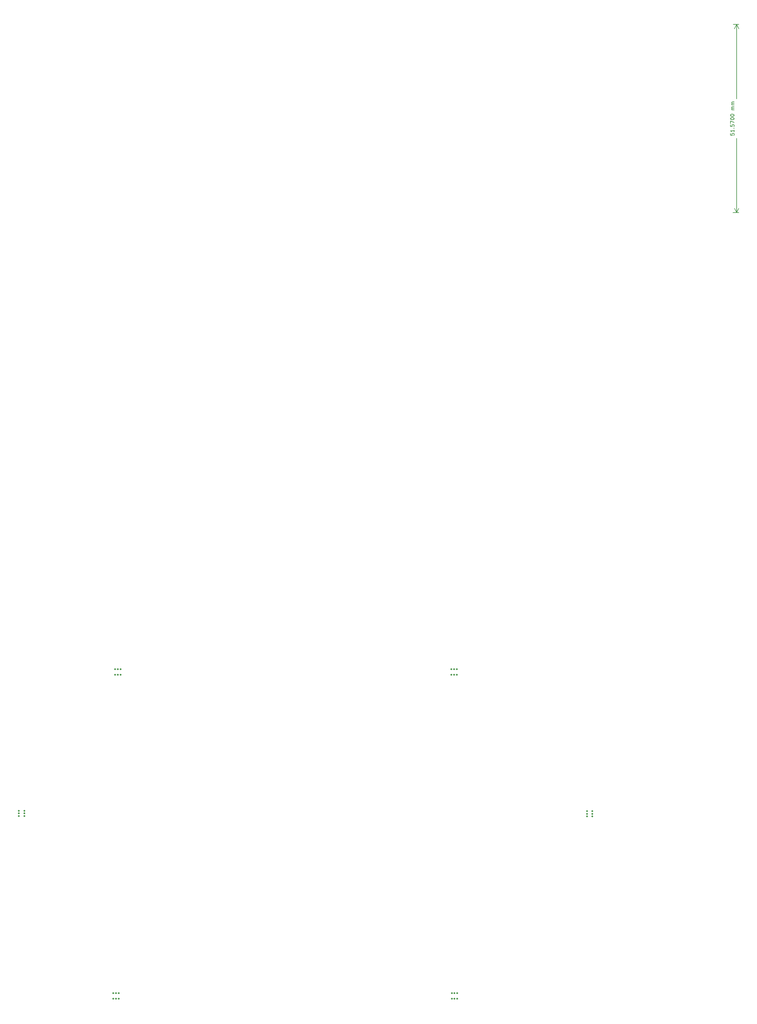
<source format=gbs>
G04 #@! TF.GenerationSoftware,KiCad,Pcbnew,(6.0.0)*
G04 #@! TF.CreationDate,2022-08-19T12:31:47+02:00*
G04 #@! TF.ProjectId,Block Schematic Munin 400,426c6f63-6b20-4536-9368-656d61746963,rev?*
G04 #@! TF.SameCoordinates,Original*
G04 #@! TF.FileFunction,Soldermask,Bot*
G04 #@! TF.FilePolarity,Negative*
%FSLAX46Y46*%
G04 Gerber Fmt 4.6, Leading zero omitted, Abs format (unit mm)*
G04 Created by KiCad (PCBNEW (6.0.0)) date 2022-08-19 12:31:47*
%MOMM*%
%LPD*%
G01*
G04 APERTURE LIST*
%ADD10C,0.150000*%
%ADD11C,0.500000*%
G04 APERTURE END LIST*
D10*
X271443438Y110009984D02*
X271442976Y109533794D01*
X271919121Y109485713D01*
X271871548Y109533379D01*
X271824021Y109628663D01*
X271824252Y109866758D01*
X271871963Y109961950D01*
X271919628Y110009523D01*
X272014913Y110057049D01*
X272253008Y110056818D01*
X272348200Y110009107D01*
X272395772Y109961442D01*
X272443299Y109866158D01*
X272443068Y109628063D01*
X272395357Y109532871D01*
X272347692Y109485298D01*
X272444407Y111009014D02*
X272443853Y110437586D01*
X272444130Y110723300D02*
X271444131Y110724270D01*
X271586895Y110628893D01*
X271682041Y110533563D01*
X271729568Y110438278D01*
X272349585Y111437678D02*
X272397250Y111485251D01*
X272444823Y111437585D01*
X272397158Y111390013D01*
X272349585Y111437678D01*
X272444823Y111437585D01*
X271445747Y112390936D02*
X271445285Y111914745D01*
X271921429Y111866665D01*
X271873856Y111914330D01*
X271826329Y112009614D01*
X271826560Y112247709D01*
X271874272Y112342901D01*
X271921937Y112390474D01*
X272017221Y112438001D01*
X272255316Y112437770D01*
X272350508Y112390058D01*
X272398081Y112342393D01*
X272445608Y112247109D01*
X272445377Y112009014D01*
X272397665Y111913822D01*
X272350000Y111866249D01*
X271446116Y112771888D02*
X271446762Y113438554D01*
X272446346Y113009013D01*
X271447316Y114009982D02*
X271447409Y114105220D01*
X271495120Y114200412D01*
X271542785Y114247985D01*
X271638069Y114295512D01*
X271828592Y114342946D01*
X272066687Y114342715D01*
X272257117Y114294912D01*
X272352309Y114247200D01*
X272399882Y114199535D01*
X272447408Y114104251D01*
X272447316Y114009013D01*
X272399605Y113913821D01*
X272351939Y113866248D01*
X272256655Y113818721D01*
X272066133Y113771287D01*
X271828038Y113771518D01*
X271637608Y113819322D01*
X271542416Y113867033D01*
X271494843Y113914698D01*
X271447316Y114009982D01*
X271448240Y114962363D02*
X271448332Y115057601D01*
X271496043Y115152793D01*
X271543709Y115200366D01*
X271638993Y115247892D01*
X271829515Y115295327D01*
X272067610Y115295096D01*
X272258040Y115247292D01*
X272353232Y115199581D01*
X272400805Y115151916D01*
X272448332Y115056631D01*
X272448239Y114961393D01*
X272400528Y114866201D01*
X272352863Y114818629D01*
X272257579Y114771102D01*
X272067056Y114723668D01*
X271828961Y114723898D01*
X271638531Y114771702D01*
X271543339Y114819413D01*
X271495766Y114867079D01*
X271448240Y114962363D01*
X272449717Y116485202D02*
X271783050Y116485849D01*
X271878288Y116485756D02*
X271830716Y116533421D01*
X271783189Y116628706D01*
X271783327Y116771563D01*
X271831039Y116866755D01*
X271926323Y116914281D01*
X272450132Y116913773D01*
X271926323Y116914281D02*
X271831131Y116961993D01*
X271783604Y117057277D01*
X271783743Y117200134D01*
X271831454Y117295326D01*
X271926738Y117342852D01*
X272450548Y117342345D01*
X272451009Y117818535D02*
X271784343Y117819181D01*
X271879581Y117819089D02*
X271832008Y117866754D01*
X271784482Y117962038D01*
X271784620Y118104895D01*
X271832331Y118200087D01*
X271927616Y118247614D01*
X272451425Y118247106D01*
X271927616Y118247614D02*
X271832424Y118295325D01*
X271784897Y118390610D01*
X271785036Y118533467D01*
X271832747Y118628658D01*
X271928031Y118676185D01*
X272451840Y118675677D01*
X272200000Y139889515D02*
X273756447Y139888006D01*
X272150000Y88319515D02*
X273706447Y88318006D01*
X273170027Y139888575D02*
X273150248Y119488096D01*
X273139806Y108719053D02*
X273120027Y88318575D01*
X273170027Y139888575D02*
X272582514Y138762640D01*
X273170027Y139888575D02*
X273755355Y138761503D01*
X273120027Y88318575D02*
X273707540Y89444510D01*
X273120027Y88318575D02*
X272534699Y89445647D01*
D11*
X195700000Y-127450000D03*
X194950000Y-125950000D03*
X196450000Y-125950000D03*
X196450000Y-127450000D03*
X194950000Y-127450000D03*
X195700000Y-125950000D03*
X232050000Y-75950000D03*
X233550000Y-75950000D03*
X233550000Y-77450000D03*
X233550000Y-76700000D03*
X232050000Y-76700000D03*
X232050000Y-77450000D03*
X76150000Y-77350000D03*
X77650000Y-75850000D03*
X77650000Y-77350000D03*
X76150000Y-75850000D03*
X76150000Y-76600000D03*
X77650000Y-76600000D03*
X104050000Y-37050000D03*
X104050000Y-38550000D03*
X102550000Y-37050000D03*
X103300000Y-38550000D03*
X103300000Y-37050000D03*
X102550000Y-38550000D03*
X195600000Y-38550000D03*
X195600000Y-37050000D03*
X194850000Y-37050000D03*
X194850000Y-38550000D03*
X196350000Y-38550000D03*
X196350000Y-37050000D03*
X103550000Y-127450000D03*
X102050000Y-125950000D03*
X102050000Y-127450000D03*
X103550000Y-125950000D03*
X102800000Y-127450000D03*
X102800000Y-125950000D03*
M02*

</source>
